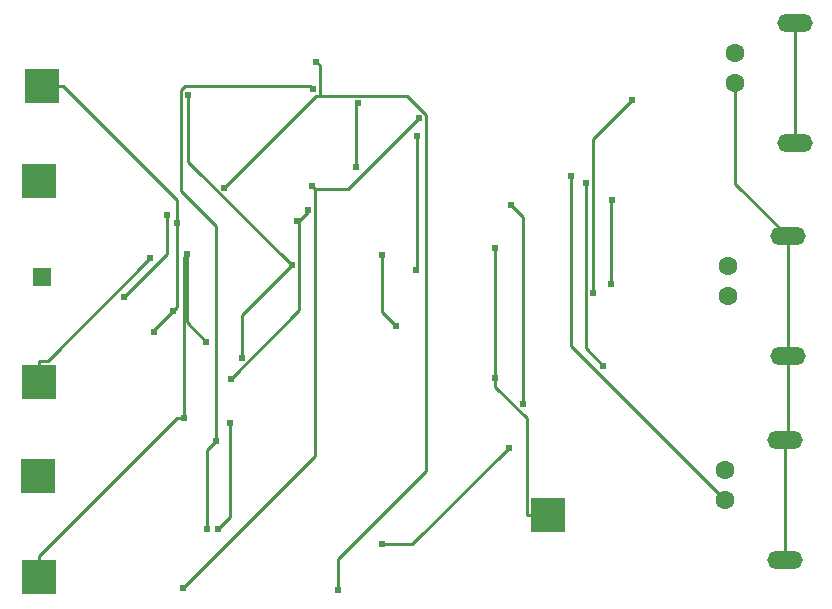
<source format=gbl>
G04 Layer: BottomLayer*
G04 EasyEDA v6.5.40, 2024-07-22 10:49:34*
G04 Gerber Generator version 0.2*
G04 Scale: 100 percent, Rotated: No, Reflected: No *
G04 Dimensions in inches *
G04 leading zeros omitted , absolute positions ,3 integer and 6 decimal *
%FSLAX36Y36*%
%MOIN*%

%ADD10C,0.0100*%
%ADD11C,0.0630*%
%ADD12O,0.11810999999999999X0.059054999999999996*%
%ADD13R,0.1181X0.1181*%
%ADD14R,0.0630X0.0630*%
%ADD15C,0.0240*%

%LPD*%
D10*
X155000Y-1340000D02*
G01*
X155000Y-1269929D01*
X2132719Y-401219D02*
G01*
X2002280Y-531660D01*
X2002280Y-1043029D01*
X997380Y-951269D02*
G01*
X830190Y-1118460D01*
X830190Y-1261080D01*
X997380Y-951269D02*
G01*
X998969Y-951269D01*
X652660Y-383159D02*
G01*
X652660Y-606550D01*
X997380Y-951269D01*
X1412560Y-966599D02*
G01*
X1413900Y-965259D01*
X1413900Y-521489D01*
X1075680Y-698279D02*
G01*
X1066379Y-688980D01*
X635239Y-2028989D02*
G01*
X1075680Y-1588550D01*
X1075680Y-698279D01*
X1075680Y-698279D02*
G01*
X1184979Y-698279D01*
X1422259Y-460999D01*
X1090110Y-386410D02*
G01*
X1380320Y-386410D01*
X1445600Y-451689D01*
X1445600Y-1637249D01*
X1152070Y-1930779D01*
X1152070Y-2033989D01*
X771949Y-693220D02*
G01*
X1078760Y-386410D01*
X1090110Y-386410D01*
X1090110Y-386410D02*
G01*
X1090110Y-285500D01*
X1078760Y-274149D01*
X581309Y-783150D02*
G01*
X581309Y-914149D01*
X436649Y-1058809D01*
X613200Y-809420D02*
G01*
X613200Y-1092319D01*
X601669Y-1103850D01*
X537699Y-1172429D02*
G01*
X537699Y-1167820D01*
X601669Y-1103850D01*
X165000Y-355000D02*
G01*
X235070Y-355000D01*
X235070Y-355000D02*
G01*
X613200Y-733130D01*
X613200Y-809420D01*
X1343559Y-1152880D02*
G01*
X1297120Y-1106439D01*
X1297120Y-918659D01*
X794319Y-1329639D02*
G01*
X1022160Y-1101799D01*
X1022160Y-804520D01*
X1022160Y-804520D02*
G01*
X1052610Y-774070D01*
X1052610Y-766860D01*
X1014949Y-804520D02*
G01*
X1022160Y-804520D01*
X1210209Y-623530D02*
G01*
X1210209Y-420419D01*
X1218739Y-411889D01*
X1977380Y-678359D02*
G01*
X1977380Y-1226950D01*
X2036490Y-1286060D01*
X1766530Y-1412989D02*
G01*
X1766530Y-791269D01*
X1726999Y-751739D01*
X750979Y-1831500D02*
G01*
X791090Y-1791390D01*
X791090Y-1479000D01*
X743310Y-1538519D02*
G01*
X743310Y-820039D01*
X627280Y-704009D01*
X627280Y-368449D01*
X640900Y-354830D01*
X1058999Y-354830D01*
X1067039Y-362869D01*
X715579Y-1832359D02*
G01*
X715579Y-1566250D01*
X743310Y-1538519D01*
X2475000Y-345000D02*
G01*
X2475000Y-680000D01*
X2650000Y-855000D01*
X2650000Y-855000D02*
G01*
X2650000Y-1255000D01*
X2640000Y-1935000D02*
G01*
X2640000Y-1535000D01*
X2640000Y-1535000D02*
G01*
X2650000Y-1525000D01*
X2650000Y-1255000D01*
X712790Y-1207559D02*
G01*
X646660Y-1141430D01*
X646660Y-915659D01*
X637139Y-1459549D02*
G01*
X637139Y-925180D01*
X646660Y-915659D01*
X155000Y-1919929D02*
G01*
X615380Y-1459549D01*
X637139Y-1459549D01*
X155000Y-1990000D02*
G01*
X155000Y-1919929D01*
X1675050Y-1327809D02*
G01*
X1675050Y-895689D01*
X1779939Y-1785000D02*
G01*
X1779939Y-1461010D01*
X1675050Y-1356120D01*
X1675050Y-1327809D01*
X1850000Y-1785000D02*
G01*
X1779939Y-1785000D01*
X1298549Y-1882379D02*
G01*
X1398220Y-1882379D01*
X1720330Y-1560270D01*
X2060299Y-1013359D02*
G01*
X2060299Y-737829D01*
X2064239Y-733890D01*
X2440000Y-1735000D02*
G01*
X1926899Y-1221900D01*
X1926899Y-654729D01*
X2675000Y-545000D02*
G01*
X2675000Y-145000D01*
X155000Y-1269929D02*
G01*
X183589Y-1269929D01*
X525129Y-928389D01*
D11*
G01*
X2475000Y-345000D03*
G01*
X2475000Y-245000D03*
D12*
G01*
X2675000Y-545000D03*
G01*
X2675000Y-145000D03*
D11*
G01*
X2450000Y-1055000D03*
G01*
X2450000Y-955000D03*
D12*
G01*
X2650000Y-1255000D03*
G01*
X2650000Y-855000D03*
D11*
G01*
X2440000Y-1735000D03*
G01*
X2440000Y-1635000D03*
D12*
G01*
X2640000Y-1935000D03*
G01*
X2640000Y-1535000D03*
D13*
G01*
X155000Y-1990000D03*
G01*
X1850000Y-1785000D03*
D14*
G01*
X165000Y-990000D03*
D13*
G01*
X165000Y-355000D03*
G01*
X155000Y-670000D03*
G01*
X155000Y-1340000D03*
G01*
X150000Y-1655000D03*
D15*
G01*
X525129Y-928389D03*
G01*
X2132719Y-401219D03*
G01*
X2002280Y-1043029D03*
G01*
X830190Y-1261080D03*
G01*
X652660Y-383159D03*
G01*
X998969Y-951269D03*
G01*
X1412560Y-966599D03*
G01*
X1413900Y-521489D03*
G01*
X1422259Y-460999D03*
G01*
X1066379Y-688980D03*
G01*
X635239Y-2028989D03*
G01*
X1152070Y-2033989D03*
G01*
X1078760Y-274149D03*
G01*
X771949Y-693220D03*
G01*
X581309Y-783150D03*
G01*
X436649Y-1058809D03*
G01*
X601669Y-1103850D03*
G01*
X537699Y-1172429D03*
G01*
X613200Y-809420D03*
G01*
X1343559Y-1152880D03*
G01*
X1297120Y-918659D03*
G01*
X794319Y-1329639D03*
G01*
X1210209Y-623530D03*
G01*
X1218739Y-411889D03*
G01*
X1052610Y-766860D03*
G01*
X1014949Y-804520D03*
G01*
X2036490Y-1286060D03*
G01*
X1977380Y-678359D03*
G01*
X1766530Y-1412989D03*
G01*
X1726999Y-751739D03*
G01*
X750979Y-1831500D03*
G01*
X791090Y-1479000D03*
G01*
X1067039Y-362869D03*
G01*
X715579Y-1832359D03*
G01*
X743310Y-1538519D03*
G01*
X712790Y-1207559D03*
G01*
X646660Y-915659D03*
G01*
X637139Y-1459549D03*
G01*
X1675050Y-895689D03*
G01*
X1675050Y-1327809D03*
G01*
X1298549Y-1882379D03*
G01*
X1720330Y-1560270D03*
G01*
X2064239Y-733890D03*
G01*
X2060299Y-1013359D03*
G01*
X1926899Y-654729D03*
M02*

</source>
